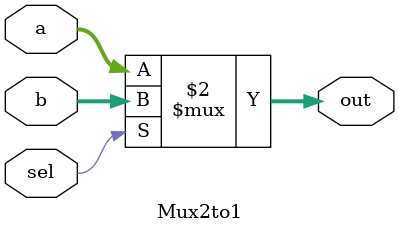
<source format=sv>
module Mux2to1(a, b,sel, out);
    
    input sel;
    input [31:0] a, b;

    output [31:0] out;
    
    assign out = ~sel ? a : b;

endmodule
</source>
